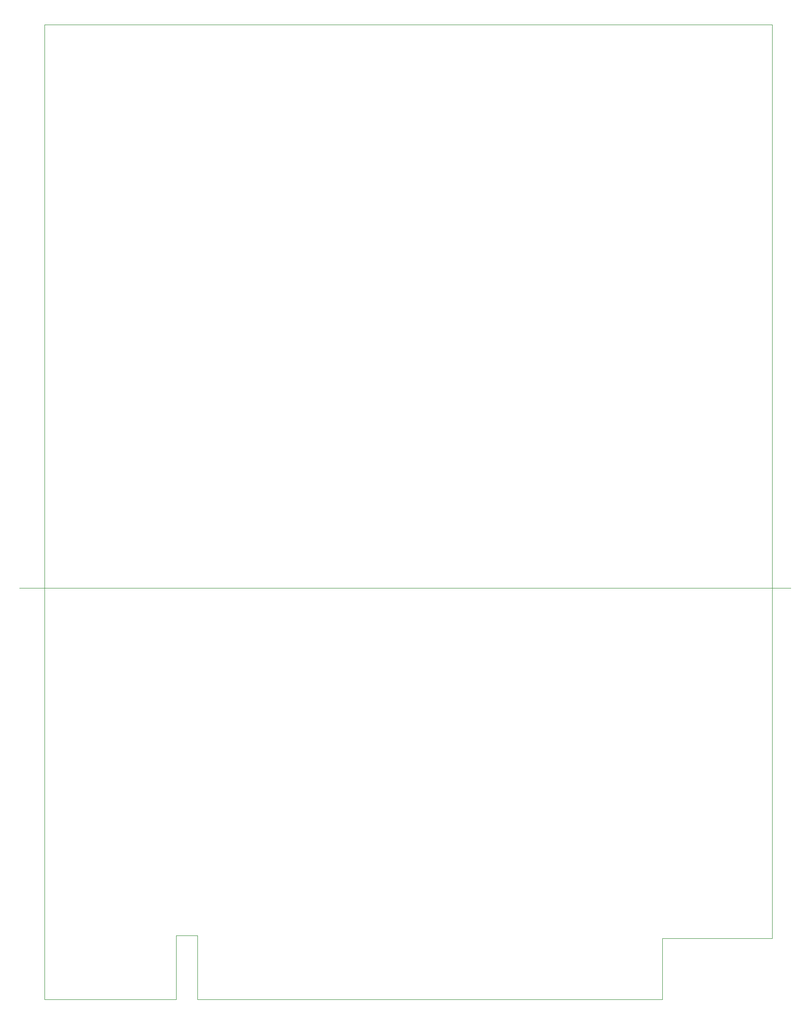
<source format=gbr>
%TF.GenerationSoftware,KiCad,Pcbnew,(5.1.9)-1*%
%TF.CreationDate,2021-07-10T01:48:30+09:00*%
%TF.ProjectId,invader-haichigae,696e7661-6465-4722-9d68-616963686967,rev?*%
%TF.SameCoordinates,Original*%
%TF.FileFunction,Profile,NP*%
%FSLAX46Y46*%
G04 Gerber Fmt 4.6, Leading zero omitted, Abs format (unit mm)*
G04 Created by KiCad (PCBNEW (5.1.9)-1) date 2021-07-10 01:48:30*
%MOMM*%
%LPD*%
G01*
G04 APERTURE LIST*
%TA.AperFunction,Profile*%
%ADD10C,0.050000*%
%TD*%
G04 APERTURE END LIST*
D10*
X34036000Y-116078000D02*
X171958000Y-116078000D01*
X38544500Y-15320500D02*
X168640000Y-15320500D01*
X148997500Y-178752500D02*
X168640000Y-178752500D01*
X149034500Y-189674500D02*
X148997500Y-178752500D01*
X62039500Y-189674500D02*
X38544500Y-189674500D01*
X62039500Y-178244500D02*
X62039500Y-189674500D01*
X65849500Y-178244500D02*
X62039500Y-178244500D01*
X65849500Y-189674500D02*
X65849500Y-178244500D01*
X149034500Y-189674500D02*
X65849500Y-189674500D01*
X168640000Y-15320500D02*
X168640000Y-178752500D01*
X38544500Y-189674500D02*
X38544500Y-15320500D01*
M02*

</source>
